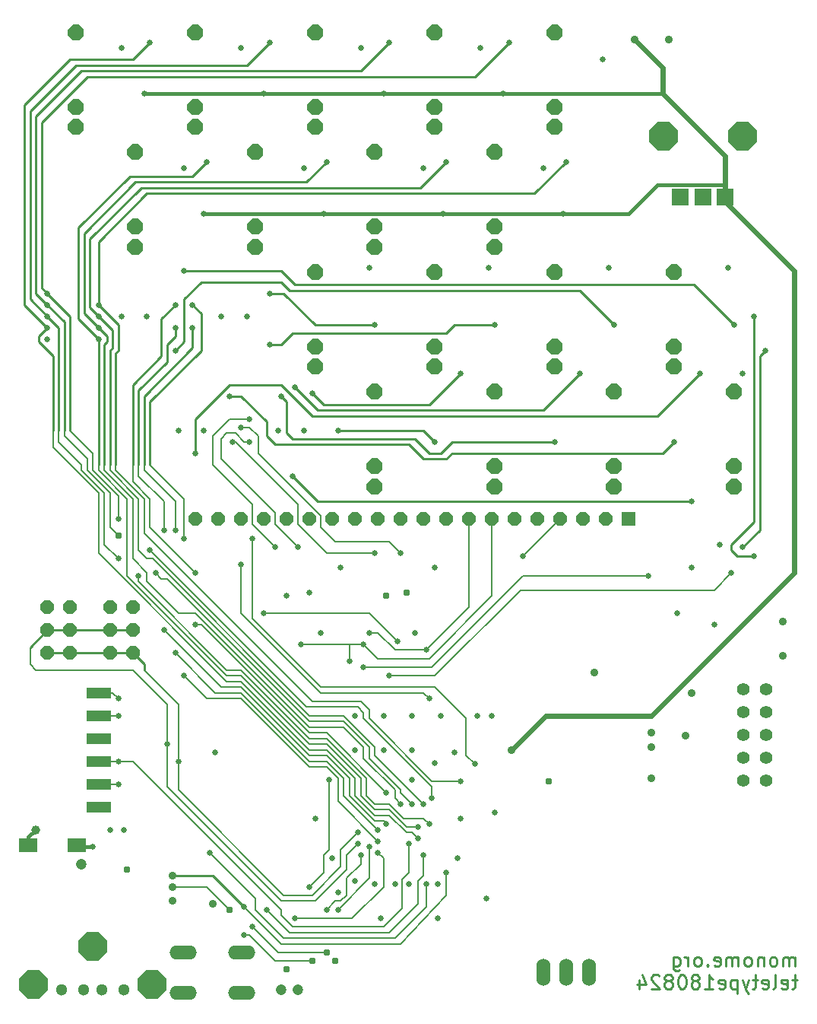
<source format=gbr>
%TF.GenerationSoftware,KiCad,Pcbnew,6.0.11*%
%TF.CreationDate,2023-03-20T20:23:42+01:00*%
%TF.ProjectId,teletype-180824-no-slots,74656c65-7479-4706-952d-313830383234,rev?*%
%TF.SameCoordinates,Original*%
%TF.FileFunction,Copper,L4,Bot*%
%TF.FilePolarity,Positive*%
%FSLAX46Y46*%
G04 Gerber Fmt 4.6, Leading zero omitted, Abs format (unit mm)*
G04 Created by KiCad (PCBNEW 6.0.11) date 2023-03-20 20:23:42*
%MOMM*%
%LPD*%
G01*
G04 APERTURE LIST*
G04 Aperture macros list*
%AMOutline5P*
0 Free polygon, 5 corners , with rotation*
0 The origin of the aperture is its center*
0 number of corners: always 5*
0 $1 to $10 corner X, Y*
0 $11 Rotation angle, in degrees counterclockwise*
0 create outline with 5 corners*
4,1,5,$1,$2,$3,$4,$5,$6,$7,$8,$9,$10,$1,$2,$11*%
%AMOutline6P*
0 Free polygon, 6 corners , with rotation*
0 The origin of the aperture is its center*
0 number of corners: always 6*
0 $1 to $12 corner X, Y*
0 $13 Rotation angle, in degrees counterclockwise*
0 create outline with 6 corners*
4,1,6,$1,$2,$3,$4,$5,$6,$7,$8,$9,$10,$11,$12,$1,$2,$13*%
%AMOutline7P*
0 Free polygon, 7 corners , with rotation*
0 The origin of the aperture is its center*
0 number of corners: always 7*
0 $1 to $14 corner X, Y*
0 $15 Rotation angle, in degrees counterclockwise*
0 create outline with 7 corners*
4,1,7,$1,$2,$3,$4,$5,$6,$7,$8,$9,$10,$11,$12,$13,$14,$1,$2,$15*%
%AMOutline8P*
0 Free polygon, 8 corners , with rotation*
0 The origin of the aperture is its center*
0 number of corners: always 8*
0 $1 to $16 corner X, Y*
0 $17 Rotation angle, in degrees counterclockwise*
0 create outline with 8 corners*
4,1,8,$1,$2,$3,$4,$5,$6,$7,$8,$9,$10,$11,$12,$13,$14,$15,$16,$1,$2,$17*%
G04 Aperture macros list end*
%ADD10C,0.213360*%
%TA.AperFunction,NonConductor*%
%ADD11C,0.213360*%
%TD*%
%TA.AperFunction,SMDPad,CuDef*%
%ADD12R,2.000000X1.600000*%
%TD*%
%TA.AperFunction,SMDPad,CuDef*%
%ADD13R,2.794000X1.270000*%
%TD*%
%TA.AperFunction,ComponentPad*%
%ADD14Outline8P,-0.762000X0.315631X-0.315631X0.762000X0.315631X0.762000X0.762000X0.315631X0.762000X-0.315631X0.315631X-0.762000X-0.315631X-0.762000X-0.762000X-0.315631X90.000000*%
%TD*%
%TA.AperFunction,ComponentPad*%
%ADD15Outline8P,-1.587500X0.657564X-0.657564X1.587500X0.657564X1.587500X1.587500X0.657564X1.587500X-0.657564X0.657564X-1.587500X-0.657564X-1.587500X-1.587500X-0.657564X90.000000*%
%TD*%
%TA.AperFunction,ComponentPad*%
%ADD16R,1.879600X1.879600*%
%TD*%
%TA.AperFunction,ComponentPad*%
%ADD17Outline8P,-1.587500X0.657564X-0.657564X1.587500X0.657564X1.587500X1.587500X0.657564X1.587500X-0.657564X0.657564X-1.587500X-0.657564X-1.587500X-1.587500X-0.657564X0.000000*%
%TD*%
%TA.AperFunction,ComponentPad*%
%ADD18C,1.300000*%
%TD*%
%TA.AperFunction,ComponentPad*%
%ADD19O,3.048000X1.524000*%
%TD*%
%TA.AperFunction,ComponentPad*%
%ADD20Outline8P,-0.750000X0.310660X-0.310660X0.750000X0.310660X0.750000X0.750000X0.310660X0.750000X-0.310660X0.310660X-0.750000X-0.310660X-0.750000X-0.750000X-0.310660X180.000000*%
%TD*%
%TA.AperFunction,ComponentPad*%
%ADD21R,1.500000X1.500000*%
%TD*%
%TA.AperFunction,ComponentPad*%
%ADD22C,1.422400*%
%TD*%
%TA.AperFunction,ComponentPad*%
%ADD23O,1.524000X3.048000*%
%TD*%
%TA.AperFunction,ComponentPad*%
%ADD24Outline8P,-0.889000X0.368236X-0.368236X0.889000X0.368236X0.889000X0.889000X0.368236X0.889000X-0.368236X0.368236X-0.889000X-0.368236X-0.889000X-0.889000X-0.368236X0.000000*%
%TD*%
%TA.AperFunction,ViaPad*%
%ADD25C,0.660400*%
%TD*%
%TA.AperFunction,ViaPad*%
%ADD26C,0.787400*%
%TD*%
%TA.AperFunction,ViaPad*%
%ADD27C,0.906400*%
%TD*%
%TA.AperFunction,ViaPad*%
%ADD28C,1.206400*%
%TD*%
%TA.AperFunction,ViaPad*%
%ADD29C,1.006400*%
%TD*%
%TA.AperFunction,Conductor*%
%ADD30C,0.254000*%
%TD*%
%TA.AperFunction,Conductor*%
%ADD31C,0.203200*%
%TD*%
%TA.AperFunction,Conductor*%
%ADD32C,0.406400*%
%TD*%
%TA.AperFunction,Conductor*%
%ADD33C,0.609600*%
%TD*%
G04 APERTURE END LIST*
D10*
D11*
X191169882Y-155972273D02*
X191169882Y-154929180D01*
X191169882Y-155078193D02*
X191095376Y-155003686D01*
X190946362Y-154929180D01*
X190722842Y-154929180D01*
X190573829Y-155003686D01*
X190499322Y-155152700D01*
X190499322Y-155972273D01*
X190499322Y-155152700D02*
X190424816Y-155003686D01*
X190275802Y-154929180D01*
X190052282Y-154929180D01*
X189903269Y-155003686D01*
X189828762Y-155152700D01*
X189828762Y-155972273D01*
X188860176Y-155972273D02*
X189009189Y-155897766D01*
X189083696Y-155823260D01*
X189158202Y-155674246D01*
X189158202Y-155227206D01*
X189083696Y-155078193D01*
X189009189Y-155003686D01*
X188860176Y-154929180D01*
X188636656Y-154929180D01*
X188487642Y-155003686D01*
X188413136Y-155078193D01*
X188338629Y-155227206D01*
X188338629Y-155674246D01*
X188413136Y-155823260D01*
X188487642Y-155897766D01*
X188636656Y-155972273D01*
X188860176Y-155972273D01*
X187668069Y-154929180D02*
X187668069Y-155972273D01*
X187668069Y-155078193D02*
X187593562Y-155003686D01*
X187444549Y-154929180D01*
X187221029Y-154929180D01*
X187072016Y-155003686D01*
X186997509Y-155152700D01*
X186997509Y-155972273D01*
X186028922Y-155972273D02*
X186177936Y-155897766D01*
X186252442Y-155823260D01*
X186326949Y-155674246D01*
X186326949Y-155227206D01*
X186252442Y-155078193D01*
X186177936Y-155003686D01*
X186028922Y-154929180D01*
X185805402Y-154929180D01*
X185656389Y-155003686D01*
X185581882Y-155078193D01*
X185507376Y-155227206D01*
X185507376Y-155674246D01*
X185581882Y-155823260D01*
X185656389Y-155897766D01*
X185805402Y-155972273D01*
X186028922Y-155972273D01*
X184836816Y-155972273D02*
X184836816Y-154929180D01*
X184836816Y-155078193D02*
X184762309Y-155003686D01*
X184613296Y-154929180D01*
X184389776Y-154929180D01*
X184240762Y-155003686D01*
X184166256Y-155152700D01*
X184166256Y-155972273D01*
X184166256Y-155152700D02*
X184091749Y-155003686D01*
X183942736Y-154929180D01*
X183719216Y-154929180D01*
X183570202Y-155003686D01*
X183495696Y-155152700D01*
X183495696Y-155972273D01*
X182154576Y-155897766D02*
X182303589Y-155972273D01*
X182601616Y-155972273D01*
X182750629Y-155897766D01*
X182825136Y-155748753D01*
X182825136Y-155152700D01*
X182750629Y-155003686D01*
X182601616Y-154929180D01*
X182303589Y-154929180D01*
X182154576Y-155003686D01*
X182080069Y-155152700D01*
X182080069Y-155301713D01*
X182825136Y-155450726D01*
X181409509Y-155823260D02*
X181335002Y-155897766D01*
X181409509Y-155972273D01*
X181484016Y-155897766D01*
X181409509Y-155823260D01*
X181409509Y-155972273D01*
X180440922Y-155972273D02*
X180589936Y-155897766D01*
X180664442Y-155823260D01*
X180738949Y-155674246D01*
X180738949Y-155227206D01*
X180664442Y-155078193D01*
X180589936Y-155003686D01*
X180440922Y-154929180D01*
X180217402Y-154929180D01*
X180068389Y-155003686D01*
X179993882Y-155078193D01*
X179919376Y-155227206D01*
X179919376Y-155674246D01*
X179993882Y-155823260D01*
X180068389Y-155897766D01*
X180217402Y-155972273D01*
X180440922Y-155972273D01*
X179248816Y-155972273D02*
X179248816Y-154929180D01*
X179248816Y-155227206D02*
X179174309Y-155078193D01*
X179099802Y-155003686D01*
X178950789Y-154929180D01*
X178801776Y-154929180D01*
X177609669Y-154929180D02*
X177609669Y-156195793D01*
X177684176Y-156344806D01*
X177758682Y-156419313D01*
X177907696Y-156493820D01*
X178131216Y-156493820D01*
X178280229Y-156419313D01*
X177609669Y-155897766D02*
X177758682Y-155972273D01*
X178056709Y-155972273D01*
X178205722Y-155897766D01*
X178280229Y-155823260D01*
X178354736Y-155674246D01*
X178354736Y-155227206D01*
X178280229Y-155078193D01*
X178205722Y-155003686D01*
X178056709Y-154929180D01*
X177758682Y-154929180D01*
X177609669Y-155003686D01*
X191393402Y-157448250D02*
X190797349Y-157448250D01*
X191169882Y-156926703D02*
X191169882Y-158267823D01*
X191095376Y-158416836D01*
X190946362Y-158491343D01*
X190797349Y-158491343D01*
X189679749Y-158416836D02*
X189828762Y-158491343D01*
X190126789Y-158491343D01*
X190275802Y-158416836D01*
X190350309Y-158267823D01*
X190350309Y-157671770D01*
X190275802Y-157522756D01*
X190126789Y-157448250D01*
X189828762Y-157448250D01*
X189679749Y-157522756D01*
X189605242Y-157671770D01*
X189605242Y-157820783D01*
X190350309Y-157969796D01*
X188711162Y-158491343D02*
X188860176Y-158416836D01*
X188934682Y-158267823D01*
X188934682Y-156926703D01*
X187519056Y-158416836D02*
X187668069Y-158491343D01*
X187966096Y-158491343D01*
X188115109Y-158416836D01*
X188189616Y-158267823D01*
X188189616Y-157671770D01*
X188115109Y-157522756D01*
X187966096Y-157448250D01*
X187668069Y-157448250D01*
X187519056Y-157522756D01*
X187444549Y-157671770D01*
X187444549Y-157820783D01*
X188189616Y-157969796D01*
X186997509Y-157448250D02*
X186401456Y-157448250D01*
X186773989Y-156926703D02*
X186773989Y-158267823D01*
X186699482Y-158416836D01*
X186550469Y-158491343D01*
X186401456Y-158491343D01*
X186028922Y-157448250D02*
X185656389Y-158491343D01*
X185283856Y-157448250D02*
X185656389Y-158491343D01*
X185805402Y-158863876D01*
X185879909Y-158938383D01*
X186028922Y-159012890D01*
X184687802Y-157448250D02*
X184687802Y-159012890D01*
X184687802Y-157522756D02*
X184538789Y-157448250D01*
X184240762Y-157448250D01*
X184091749Y-157522756D01*
X184017242Y-157597263D01*
X183942736Y-157746276D01*
X183942736Y-158193316D01*
X184017242Y-158342330D01*
X184091749Y-158416836D01*
X184240762Y-158491343D01*
X184538789Y-158491343D01*
X184687802Y-158416836D01*
X182676122Y-158416836D02*
X182825136Y-158491343D01*
X183123162Y-158491343D01*
X183272176Y-158416836D01*
X183346682Y-158267823D01*
X183346682Y-157671770D01*
X183272176Y-157522756D01*
X183123162Y-157448250D01*
X182825136Y-157448250D01*
X182676122Y-157522756D01*
X182601616Y-157671770D01*
X182601616Y-157820783D01*
X183346682Y-157969796D01*
X181111482Y-158491343D02*
X182005562Y-158491343D01*
X181558522Y-158491343D02*
X181558522Y-156926703D01*
X181707536Y-157150223D01*
X181856549Y-157299236D01*
X182005562Y-157373743D01*
X180217402Y-157597263D02*
X180366416Y-157522756D01*
X180440922Y-157448250D01*
X180515429Y-157299236D01*
X180515429Y-157224730D01*
X180440922Y-157075716D01*
X180366416Y-157001210D01*
X180217402Y-156926703D01*
X179919376Y-156926703D01*
X179770362Y-157001210D01*
X179695856Y-157075716D01*
X179621349Y-157224730D01*
X179621349Y-157299236D01*
X179695856Y-157448250D01*
X179770362Y-157522756D01*
X179919376Y-157597263D01*
X180217402Y-157597263D01*
X180366416Y-157671770D01*
X180440922Y-157746276D01*
X180515429Y-157895290D01*
X180515429Y-158193316D01*
X180440922Y-158342330D01*
X180366416Y-158416836D01*
X180217402Y-158491343D01*
X179919376Y-158491343D01*
X179770362Y-158416836D01*
X179695856Y-158342330D01*
X179621349Y-158193316D01*
X179621349Y-157895290D01*
X179695856Y-157746276D01*
X179770362Y-157671770D01*
X179919376Y-157597263D01*
X178652762Y-156926703D02*
X178503749Y-156926703D01*
X178354736Y-157001210D01*
X178280229Y-157075716D01*
X178205722Y-157224730D01*
X178131216Y-157522756D01*
X178131216Y-157895290D01*
X178205722Y-158193316D01*
X178280229Y-158342330D01*
X178354736Y-158416836D01*
X178503749Y-158491343D01*
X178652762Y-158491343D01*
X178801776Y-158416836D01*
X178876282Y-158342330D01*
X178950789Y-158193316D01*
X179025296Y-157895290D01*
X179025296Y-157522756D01*
X178950789Y-157224730D01*
X178876282Y-157075716D01*
X178801776Y-157001210D01*
X178652762Y-156926703D01*
X177237136Y-157597263D02*
X177386149Y-157522756D01*
X177460656Y-157448250D01*
X177535162Y-157299236D01*
X177535162Y-157224730D01*
X177460656Y-157075716D01*
X177386149Y-157001210D01*
X177237136Y-156926703D01*
X176939109Y-156926703D01*
X176790096Y-157001210D01*
X176715589Y-157075716D01*
X176641082Y-157224730D01*
X176641082Y-157299236D01*
X176715589Y-157448250D01*
X176790096Y-157522756D01*
X176939109Y-157597263D01*
X177237136Y-157597263D01*
X177386149Y-157671770D01*
X177460656Y-157746276D01*
X177535162Y-157895290D01*
X177535162Y-158193316D01*
X177460656Y-158342330D01*
X177386149Y-158416836D01*
X177237136Y-158491343D01*
X176939109Y-158491343D01*
X176790096Y-158416836D01*
X176715589Y-158342330D01*
X176641082Y-158193316D01*
X176641082Y-157895290D01*
X176715589Y-157746276D01*
X176790096Y-157671770D01*
X176939109Y-157597263D01*
X176045029Y-157075716D02*
X175970522Y-157001210D01*
X175821509Y-156926703D01*
X175448976Y-156926703D01*
X175299962Y-157001210D01*
X175225456Y-157075716D01*
X175150949Y-157224730D01*
X175150949Y-157373743D01*
X175225456Y-157597263D01*
X176119536Y-158491343D01*
X175150949Y-158491343D01*
X173809829Y-157448250D02*
X173809829Y-158491343D01*
X174182362Y-156852196D02*
X174554896Y-157969796D01*
X173586309Y-157969796D01*
D12*
%TO.P,SW40,2*%
%TO.N,RESET*%
X111171968Y-142502891D03*
%TO.P,SW40,1*%
%TO.N,GND*%
X105771968Y-142502891D03*
%TD*%
D13*
%TO.P,J40,6*%
%TO.N,N/C*%
X113576100Y-138245850D03*
%TO.P,J40,5*%
%TO.N,TX*%
X113576100Y-135705850D03*
%TO.P,J40,4*%
%TO.N,RX*%
X113576100Y-133165850D03*
%TO.P,J40,3*%
%TO.N,N/C*%
X113576100Y-130625850D03*
%TO.P,J40,2*%
%TO.N,GND*%
X113576100Y-128085850D03*
%TO.P,J40,1*%
X113576100Y-125545850D03*
%TD*%
D14*
%TO.P,JP2,6*%
%TO.N,GND*%
X110401100Y-116020850D03*
%TO.P,JP2,5*%
X107861100Y-116020850D03*
%TO.P,JP2,4*%
%TO.N,SCL*%
X110401100Y-118560850D03*
%TO.P,JP2,3*%
X107861100Y-118560850D03*
%TO.P,JP2,2*%
%TO.N,SDA*%
X110401100Y-121100850D03*
%TO.P,JP2,1*%
X107861100Y-121100850D03*
%TD*%
D15*
%TO.P,P1,P$5*%
%TO.N,N/C*%
X176486100Y-63633350D03*
%TO.P,P1,P$4*%
X185286100Y-63633350D03*
D16*
%TO.P,P1,P$3*%
%TO.N,AGND*%
X178386100Y-70333350D03*
%TO.P,P1,P$2*%
%TO.N,N$12*%
X180886100Y-70333350D03*
%TO.P,P1,P$1*%
%TO.N,+3V3*%
X183386100Y-70333350D03*
%TD*%
D17*
%TO.P,USB0,M4*%
%TO.N,GND*%
X112941100Y-153780850D03*
D15*
%TO.P,USB0,M2*%
X119516100Y-157965850D03*
%TO.P,USB0,M1*%
X106366100Y-157955850D03*
D18*
%TO.P,USB0,GND*%
X116441100Y-158560850D03*
%TO.P,USB0,3*%
%TO.N,DP*%
X113941100Y-158560850D03*
%TO.P,USB0,2*%
%TO.N,DM*%
X111941100Y-158560850D03*
%TO.P,USB0,1*%
%TO.N,VBUS*%
X109441100Y-158560850D03*
%TD*%
D19*
%TO.P,POP0,4*%
%TO.N,GND*%
X129527300Y-158921450D03*
%TO.P,POP0,3*%
X123024900Y-158921450D03*
%TO.P,POP0,2*%
%TO.N,NMI*%
X129527300Y-154400250D03*
%TO.P,POP0,1*%
X123024900Y-154400250D03*
%TD*%
D20*
%TO.P,U$1,20*%
%TO.N,GND*%
X124371100Y-106200850D03*
%TO.P,U$1,19*%
X126911100Y-106200850D03*
%TO.P,U$1,18*%
%TO.N,N/C*%
X129451100Y-106200850D03*
%TO.P,U$1,17*%
%TO.N,CS2*%
X131991100Y-106200850D03*
%TO.P,U$1,16*%
%TO.N,OLED-RES*%
X134531100Y-106200850D03*
%TO.P,U$1,15*%
%TO.N,N/C*%
X137071100Y-106200850D03*
%TO.P,U$1,14*%
%TO.N,GND*%
X139611100Y-106200850D03*
%TO.P,U$1,13*%
X142151100Y-106200850D03*
%TO.P,U$1,12*%
X144691100Y-106200850D03*
%TO.P,U$1,11*%
X147231100Y-106200850D03*
%TO.P,U$1,10*%
X149771100Y-106200850D03*
%TO.P,U$1,9*%
X152311100Y-106200850D03*
%TO.P,U$1,8*%
%TO.N,MOSI*%
X154851100Y-106200850D03*
%TO.P,U$1,7*%
%TO.N,SCK*%
X157391100Y-106200850D03*
%TO.P,U$1,6*%
%TO.N,GND*%
X159931100Y-106200850D03*
%TO.P,U$1,5*%
X162471100Y-106200850D03*
%TO.P,U$1,4*%
%TO.N,OLED-DC*%
X165011100Y-106200850D03*
%TO.P,U$1,3*%
%TO.N,N/C*%
X167551100Y-106200850D03*
%TO.P,U$1,2*%
%TO.N,+3V3*%
X170091100Y-106200850D03*
D21*
%TO.P,U$1,1*%
%TO.N,GND*%
X172631100Y-106200850D03*
%TD*%
D22*
%TO.P,X1,10*%
%TO.N,+IN*%
X187948600Y-125103350D03*
%TO.P,X1,9*%
X185408600Y-125103350D03*
%TO.P,X1,8*%
%TO.N,GND*%
X187948600Y-127643350D03*
%TO.P,X1,7*%
X185408600Y-127643350D03*
%TO.P,X1,6*%
X187948600Y-130183350D03*
%TO.P,X1,5*%
X185408600Y-130183350D03*
%TO.P,X1,4*%
X187948600Y-132723350D03*
%TO.P,X1,3*%
X185408600Y-132723350D03*
%TO.P,X1,2*%
%TO.N,-IN*%
X187948600Y-135263350D03*
%TO.P,X1,1*%
X185408600Y-135263350D03*
%TD*%
D14*
%TO.P,JP1,6*%
%TO.N,GND*%
X117386100Y-116020850D03*
%TO.P,JP1,5*%
X114846100Y-116020850D03*
%TO.P,JP1,4*%
%TO.N,SCL*%
X117386100Y-118560850D03*
%TO.P,JP1,3*%
X114846100Y-118560850D03*
%TO.P,JP1,2*%
%TO.N,SDA*%
X117386100Y-121100850D03*
%TO.P,JP1,1*%
X114846100Y-121100850D03*
%TD*%
D23*
%TO.P,IC2,3*%
%TO.N,+5V*%
X163106100Y-156660850D03*
%TO.P,IC2,2*%
%TO.N,GND*%
X165646100Y-156660850D03*
%TO.P,IC2,1*%
%TO.N,+12V*%
X168186100Y-156660850D03*
%TD*%
D24*
%TO.P,J1,TS*%
%TO.N,N/C*%
X111036100Y-60345850D03*
%TO.P,J1,TIP*%
%TO.N,N$38*%
X111036100Y-52045850D03*
%TO.P,J1,SLEEVE*%
%TO.N,GND*%
X111036100Y-62595850D03*
%TD*%
%TO.P,J2,TS*%
%TO.N,N/C*%
X117703600Y-73680850D03*
%TO.P,J2,TIP*%
%TO.N,N$35*%
X117703600Y-65380850D03*
%TO.P,J2,SLEEVE*%
%TO.N,GND*%
X117703600Y-75930850D03*
%TD*%
%TO.P,J3,TS*%
%TO.N,N/C*%
X124371100Y-60345850D03*
%TO.P,J3,TIP*%
%TO.N,N$36*%
X124371100Y-52045850D03*
%TO.P,J3,SLEEVE*%
%TO.N,GND*%
X124371100Y-62595850D03*
%TD*%
%TO.P,J4,TS*%
%TO.N,N/C*%
X131038600Y-73680850D03*
%TO.P,J4,TIP*%
%TO.N,N$37*%
X131038600Y-65380850D03*
%TO.P,J4,SLEEVE*%
%TO.N,GND*%
X131038600Y-75930850D03*
%TD*%
%TO.P,J9,TS*%
%TO.N,N/C*%
X137706100Y-87015850D03*
%TO.P,J9,TIP*%
%TO.N,N$8*%
X137706100Y-78715850D03*
%TO.P,J9,SLEEVE*%
%TO.N,GND*%
X137706100Y-89265850D03*
%TD*%
%TO.P,J10,TS*%
%TO.N,N/C*%
X151041100Y-87015850D03*
%TO.P,J10,TIP*%
%TO.N,N$9*%
X151041100Y-78715850D03*
%TO.P,J10,SLEEVE*%
%TO.N,GND*%
X151041100Y-89265850D03*
%TD*%
%TO.P,J11,TS*%
%TO.N,N/C*%
X164376100Y-87015850D03*
%TO.P,J11,TIP*%
%TO.N,N$10*%
X164376100Y-78715850D03*
%TO.P,J11,SLEEVE*%
%TO.N,GND*%
X164376100Y-89265850D03*
%TD*%
%TO.P,J12,TS*%
%TO.N,N/C*%
X177711100Y-87015850D03*
%TO.P,J12,TIP*%
%TO.N,N$11*%
X177711100Y-78715850D03*
%TO.P,J12,SLEEVE*%
%TO.N,GND*%
X177711100Y-89265850D03*
%TD*%
%TO.P,J13,TS*%
%TO.N,N/C*%
X144373600Y-100350850D03*
%TO.P,J13,TIP*%
%TO.N,N$32*%
X144373600Y-92050850D03*
%TO.P,J13,SLEEVE*%
%TO.N,GND*%
X144373600Y-102600850D03*
%TD*%
%TO.P,J14,TS*%
%TO.N,N/C*%
X157708600Y-100350850D03*
%TO.P,J14,TIP*%
%TO.N,N$34*%
X157708600Y-92050850D03*
%TO.P,J14,SLEEVE*%
%TO.N,GND*%
X157708600Y-102600850D03*
%TD*%
%TO.P,J15,TS*%
%TO.N,N/C*%
X171043600Y-100350850D03*
%TO.P,J15,TIP*%
%TO.N,N$21*%
X171043600Y-92050850D03*
%TO.P,J15,SLEEVE*%
%TO.N,GND*%
X171043600Y-102600850D03*
%TD*%
%TO.P,J16,TS*%
%TO.N,N/C*%
X184378600Y-100350850D03*
%TO.P,J16,TIP*%
%TO.N,N$22*%
X184378600Y-92050850D03*
%TO.P,J16,SLEEVE*%
%TO.N,GND*%
X184378600Y-102600850D03*
%TD*%
%TO.P,J17,TS*%
%TO.N,GND*%
X164376100Y-60345850D03*
%TO.P,J17,TIP*%
%TO.N,N$33*%
X164376100Y-52045850D03*
%TO.P,J17,SLEEVE*%
%TO.N,GND*%
X164376100Y-62595850D03*
%TD*%
%TO.P,J5,TS*%
%TO.N,N/C*%
X137706100Y-60345850D03*
%TO.P,J5,TIP*%
%TO.N,N$39*%
X137706100Y-52045850D03*
%TO.P,J5,SLEEVE*%
%TO.N,GND*%
X137706100Y-62595850D03*
%TD*%
%TO.P,J6,TS*%
%TO.N,N/C*%
X144373600Y-73680850D03*
%TO.P,J6,TIP*%
%TO.N,N$40*%
X144373600Y-65380850D03*
%TO.P,J6,SLEEVE*%
%TO.N,GND*%
X144373600Y-75930850D03*
%TD*%
%TO.P,J7,TS*%
%TO.N,N/C*%
X151041100Y-60345850D03*
%TO.P,J7,TIP*%
%TO.N,N$43*%
X151041100Y-52045850D03*
%TO.P,J7,SLEEVE*%
%TO.N,GND*%
X151041100Y-62595850D03*
%TD*%
%TO.P,J8,TS*%
%TO.N,N/C*%
X157708600Y-73680850D03*
%TO.P,J8,TIP*%
%TO.N,N$44*%
X157708600Y-65380850D03*
%TO.P,J8,SLEEVE*%
%TO.N,GND*%
X157708600Y-75930850D03*
%TD*%
D25*
%TO.N,A07*%
X165646100Y-66490850D03*
X153898600Y-135388350D03*
X113576100Y-82365850D03*
%TO.N,A06*%
X159296100Y-53155850D03*
X115798600Y-106178350D03*
X119291100Y-109670850D03*
X150723600Y-137293350D03*
X107861100Y-81095850D03*
%TO.N,A05*%
X152311100Y-66490850D03*
X149771100Y-137928350D03*
X113576100Y-83635850D03*
%TO.N,A04*%
X145961100Y-53155850D03*
X119926100Y-112210850D03*
D26*
X115798600Y-108083350D03*
D25*
X148501100Y-137928350D03*
X107861100Y-82365850D03*
%TO.N,A03*%
X138976100Y-66490850D03*
X147231100Y-137928350D03*
X113576100Y-84905850D03*
%TO.N,A02*%
X132626100Y-53155850D03*
X118021100Y-112528350D03*
X115798600Y-110623350D03*
X150406100Y-140150850D03*
X107861100Y-83635850D03*
%TO.N,A01*%
X125641100Y-66490850D03*
X149136100Y-140468350D03*
X113576100Y-86175850D03*
%TO.N,A00*%
X119291100Y-53155850D03*
X149136100Y-141738350D03*
X107861100Y-84905850D03*
%TO.N,CS2*%
X130721100Y-108400850D03*
X155486100Y-133483350D03*
%TO.N,OLED-RES*%
X129451100Y-111258350D03*
X150406100Y-126180850D03*
%TO.N,OLED-DC*%
X160883600Y-110305850D03*
%TO.N,RG8*%
X124371100Y-98875850D03*
X180568600Y-89985850D03*
%TO.N,RG7*%
X135483600Y-91573350D03*
X167233600Y-89985850D03*
%TO.N,RG6*%
X137388600Y-92208350D03*
X153898600Y-89985850D03*
%TO.N,N$28*%
X179616100Y-104273350D03*
X135166100Y-101415850D03*
%TO.N,N$23*%
X128181100Y-92525850D03*
X177711100Y-97605850D03*
%TO.N,N$15*%
X133896100Y-92525850D03*
X164376100Y-97605850D03*
%TO.N,N$13*%
X140246100Y-96335850D03*
X151041100Y-97605850D03*
%TO.N,N$7*%
X123101100Y-78555850D03*
X184378600Y-84588350D03*
%TO.N,N$6*%
X122148600Y-87445850D03*
X171043600Y-84588350D03*
%TO.N,N$5*%
X132626100Y-86810850D03*
X157708600Y-84588350D03*
%TO.N,N$3*%
X132626100Y-81095850D03*
X144373600Y-84588350D03*
%TO.N,N$4*%
X131991100Y-116655850D03*
X146913600Y-119830850D03*
%TO.N,AGND*%
X169773600Y-55060850D03*
D27*
X177076100Y-52838350D03*
X189776100Y-117608350D03*
D25*
X140563600Y-111575850D03*
X151041100Y-111575850D03*
D26*
X145643600Y-114750850D03*
D25*
X134531100Y-114750850D03*
X137071100Y-114433350D03*
D26*
X147866100Y-114433350D03*
D25*
X178028600Y-116655850D03*
X179616100Y-111575850D03*
%TO.N,B11*%
X124371100Y-112210850D03*
X124371100Y-117925850D03*
X145643600Y-136658350D03*
X122148600Y-82365850D03*
%TO.N,B10*%
X120878600Y-118560850D03*
X120878600Y-107448350D03*
X145643600Y-140150850D03*
X122148600Y-84905850D03*
%TO.N,B09*%
X122148600Y-121100850D03*
X122148600Y-107448350D03*
X144691100Y-140785850D03*
X124053600Y-84905850D03*
%TO.N,CV-OUT3*%
X128498600Y-97605850D03*
X144373600Y-109988350D03*
%TO.N,CV-OUT2*%
X129451100Y-96018350D03*
X147231100Y-109988350D03*
%TO.N,CV-OUT1*%
X133261100Y-109353350D03*
X130403600Y-95065850D03*
%TO.N,CV-OUT0*%
X135801100Y-109353350D03*
X130403600Y-97605850D03*
%TO.N,CV-IN1*%
X186601100Y-83635850D03*
X186601100Y-110305850D03*
%TO.N,CV-IN0*%
X187871100Y-87445850D03*
X185331100Y-109353350D03*
%TO.N,N$2*%
X129768600Y-152533350D03*
D26*
X137388600Y-155390850D03*
D25*
X138976100Y-149675850D03*
X142786100Y-143643350D03*
%TO.N,N$1*%
X130721100Y-151580850D03*
D26*
X138976100Y-154438350D03*
D25*
X140246100Y-149675850D03*
X143738600Y-142690850D03*
%TO.N,CS1*%
X143103600Y-122688350D03*
X174853600Y-112528350D03*
%TO.N,-12V*%
X125323600Y-96335850D03*
X118973600Y-83635850D03*
D27*
X175171100Y-135070850D03*
D25*
%TO.N,+12V*%
X133578600Y-96335850D03*
X127228600Y-83635850D03*
D27*
X179616100Y-125545850D03*
D25*
%TO.N,RX*%
X148183600Y-142373350D03*
X115798600Y-133165850D03*
%TO.N,B08*%
X123101100Y-108400850D03*
X123101100Y-123640850D03*
X144691100Y-142055850D03*
X124053600Y-82365850D03*
%TO.N,TX*%
X115798600Y-135705850D03*
%TO.N,SCK*%
X141516100Y-122053350D03*
X136118600Y-120148350D03*
X143103600Y-120148350D03*
%TO.N,NMI*%
X139293600Y-135229600D03*
X137071100Y-147135850D03*
%TO.N,RESET*%
X125958600Y-143325850D03*
X150088600Y-146818350D03*
X112941100Y-142690850D03*
%TO.N,+3V3*%
X138658600Y-72205850D03*
X151993600Y-72205850D03*
X165328600Y-72205850D03*
X125323600Y-72205850D03*
X158661100Y-58870850D03*
X145326100Y-58870850D03*
X131991100Y-58870850D03*
X118656100Y-58870850D03*
X126593600Y-132213350D03*
D27*
X173266100Y-52838350D03*
D25*
X182156100Y-117925850D03*
X116433600Y-140785850D03*
D26*
X139928600Y-155390850D03*
D27*
X159613600Y-131895850D03*
D25*
X153263600Y-132213350D03*
X182791100Y-109035850D03*
X138341100Y-118878350D03*
X148818600Y-118878350D03*
%TO.N,SDA*%
X122466100Y-133165850D03*
X142468600Y-141103350D03*
%TO.N,SCL*%
X121196100Y-131260850D03*
X142468600Y-142373350D03*
%TO.N,MOSI*%
X150088600Y-120783350D03*
X143738600Y-118878350D03*
%TO.N,MISO*%
X145961100Y-123640850D03*
X184061100Y-112210850D03*
D28*
%TO.N,+5V*%
X111671100Y-144595850D03*
X135801100Y-158565850D03*
X133896100Y-158565850D03*
D27*
X121831100Y-148723350D03*
D25*
%TO.N,USB-VBOF*%
X132308600Y-149675850D03*
X149771100Y-143643350D03*
%TO.N,USB-OC*%
X152311100Y-145548350D03*
D27*
X121831100Y-145865850D03*
D25*
X129768600Y-149358350D03*
D26*
%TO.N,VBUS*%
X128181100Y-149675850D03*
D25*
X135483600Y-150628350D03*
X144691100Y-143325850D03*
D27*
X121831100Y-147135850D03*
D25*
%TO.N,VDDIN*%
X157391100Y-128085850D03*
X148501100Y-131895850D03*
%TO.N,VDDOUT*%
X148501100Y-135229600D03*
X144373600Y-146818350D03*
X153898600Y-139515850D03*
X146596100Y-146818350D03*
%TO.N,VDDIO*%
X151358600Y-146818350D03*
X155803600Y-128085850D03*
X142151100Y-131895850D03*
X139611100Y-143960850D03*
%TO.N,GND*%
X156756100Y-148405850D03*
X185331100Y-89985850D03*
X143738600Y-78238350D03*
X157073600Y-78238350D03*
X170408600Y-78238350D03*
X183743600Y-78238350D03*
X130086100Y-83635850D03*
X163106100Y-67125850D03*
X149771100Y-67125850D03*
X136436100Y-67125850D03*
X123101100Y-67125850D03*
X156121100Y-53790850D03*
X142786100Y-53790850D03*
X129451100Y-53790850D03*
X116116100Y-53790850D03*
D27*
X178981100Y-130308350D03*
X175171100Y-131578350D03*
X175171100Y-129990850D03*
D25*
X136436100Y-96335850D03*
X122466100Y-96335850D03*
X114846100Y-140785850D03*
D26*
X116751100Y-145230850D03*
D29*
X106591100Y-140785850D03*
D26*
X134531100Y-156343350D03*
D27*
X168821100Y-123323350D03*
D26*
X163741100Y-135388350D03*
D25*
X148183600Y-146818350D03*
X145326100Y-128085850D03*
X148501100Y-128085850D03*
X116116100Y-83635850D03*
X107861100Y-86175850D03*
D27*
X189776100Y-121418350D03*
D25*
X115798600Y-126180850D03*
X115798600Y-128085850D03*
X151358600Y-150628350D03*
X140246100Y-147770850D03*
X151041100Y-133324600D03*
X157708600Y-138880850D03*
X142151100Y-128085850D03*
X151676100Y-128085850D03*
X137706100Y-139515850D03*
X153581100Y-143960850D03*
X145008600Y-150628350D03*
X142151100Y-146500850D03*
X145326100Y-131895850D03*
D27*
X126276100Y-149040850D03*
%TD*%
D30*
%TO.N,A07*%
X162153600Y-69983350D02*
X165646100Y-66490850D01*
D31*
X118656100Y-107765850D02*
X137388600Y-126498350D01*
X118656100Y-103955850D02*
X118656100Y-107765850D01*
X115481100Y-100780850D02*
X118656100Y-103955850D01*
X142786100Y-126498350D02*
X137388600Y-126498350D01*
X143738600Y-127450850D02*
X142786100Y-126498350D01*
X143738600Y-128403350D02*
X143738600Y-127450850D01*
X150723600Y-135388350D02*
X143738600Y-128403350D01*
X153898600Y-135388350D02*
X150723600Y-135388350D01*
X115481100Y-100145850D02*
X115481100Y-100780850D01*
D30*
X115481100Y-87763350D02*
X115481100Y-100145850D01*
X115798600Y-87445850D02*
X115481100Y-87763350D01*
X115798600Y-84588350D02*
X115798600Y-87445850D01*
X113576100Y-82365850D02*
X115798600Y-84588350D01*
X113576100Y-75380850D02*
X113576100Y-82365850D01*
X118973600Y-69983350D02*
X113576100Y-75380850D01*
X162153600Y-69983350D02*
X118973600Y-69983350D01*
%TO.N,A06*%
X155486100Y-56965850D02*
X159296100Y-53155850D01*
D31*
X115798600Y-103638350D02*
X115798600Y-106178350D01*
X136753600Y-127133350D02*
X119291100Y-109670850D01*
X142468600Y-127133350D02*
X136753600Y-127133350D01*
X143103600Y-127768350D02*
X142468600Y-127133350D01*
X143103600Y-128403350D02*
X143103600Y-127768350D01*
X150723600Y-136023350D02*
X143103600Y-128403350D01*
X150723600Y-137293350D02*
X150723600Y-136023350D01*
X112941100Y-100780850D02*
X115798600Y-103638350D01*
X112941100Y-98875850D02*
X112941100Y-100780850D01*
X110401100Y-96335850D02*
X112941100Y-98875850D01*
D30*
X110401100Y-83635850D02*
X110401100Y-96335850D01*
X107861100Y-81095850D02*
X110401100Y-83635850D01*
X107226100Y-80460850D02*
X107861100Y-81095850D01*
X107226100Y-62045850D02*
X107226100Y-80460850D01*
X112306100Y-56965850D02*
X107226100Y-62045850D01*
X155486100Y-56965850D02*
X112306100Y-56965850D01*
%TO.N,A05*%
X149453600Y-69348350D02*
X152311100Y-66490850D01*
D31*
X119608600Y-110623350D02*
X137071100Y-128085850D01*
X118973600Y-110623350D02*
X119608600Y-110623350D01*
X118021100Y-109670850D02*
X118973600Y-110623350D01*
X118021100Y-103955850D02*
X118021100Y-109670850D01*
X140881100Y-128085850D02*
X137071100Y-128085850D01*
X144373600Y-131578350D02*
X140881100Y-128085850D01*
X144373600Y-132530850D02*
X144373600Y-131578350D01*
X149771100Y-137928350D02*
X144373600Y-132530850D01*
X114846100Y-100780850D02*
X118021100Y-103955850D01*
X114846100Y-100145850D02*
X114846100Y-100780850D01*
D30*
X114846100Y-87445850D02*
X114846100Y-100145850D01*
X115163600Y-87128350D02*
X114846100Y-87445850D01*
X115163600Y-85223350D02*
X115163600Y-87128350D01*
X113576100Y-83635850D02*
X115163600Y-85223350D01*
X112623600Y-82683350D02*
X113576100Y-83635850D01*
X112623600Y-75063350D02*
X112623600Y-82683350D01*
X118338600Y-69348350D02*
X112623600Y-75063350D01*
X149453600Y-69348350D02*
X118338600Y-69348350D01*
%TO.N,A04*%
X142786100Y-56330850D02*
X145961100Y-53155850D01*
D31*
X121196100Y-112845850D02*
X137071100Y-128720850D01*
X120561100Y-112845850D02*
X121196100Y-112845850D01*
X119926100Y-112210850D02*
X120561100Y-112845850D01*
X114846100Y-107130850D02*
X115798600Y-108083350D01*
X114846100Y-103320850D02*
X114846100Y-107130850D01*
X140881100Y-128720850D02*
X137071100Y-128720850D01*
X143738600Y-131578350D02*
X140881100Y-128720850D01*
X143738600Y-132848350D02*
X143738600Y-131578350D01*
X147231100Y-136340850D02*
X143738600Y-132848350D01*
X147231100Y-136658350D02*
X147231100Y-136340850D01*
X148501100Y-137928350D02*
X147231100Y-136658350D01*
X112306100Y-100780850D02*
X114846100Y-103320850D01*
X112306100Y-99510850D02*
X112306100Y-100780850D01*
X109766100Y-96970850D02*
X112306100Y-99510850D01*
X109766100Y-96335850D02*
X109766100Y-96970850D01*
D30*
X109766100Y-84270850D02*
X109766100Y-96335850D01*
X107861100Y-82365850D02*
X109766100Y-84270850D01*
X106591100Y-81095850D02*
X107861100Y-82365850D01*
X106591100Y-61410850D02*
X106591100Y-81095850D01*
X111671100Y-56330850D02*
X106591100Y-61410850D01*
X142786100Y-56330850D02*
X111671100Y-56330850D01*
%TO.N,A03*%
X136753600Y-68713350D02*
X138976100Y-66490850D01*
D31*
X124371100Y-116655850D02*
X137071100Y-129355850D01*
X122466100Y-116655850D02*
X124371100Y-116655850D01*
X118973600Y-113163350D02*
X122466100Y-116655850D01*
X118973600Y-112210850D02*
X118973600Y-113163350D01*
X117386100Y-110623350D02*
X118973600Y-112210850D01*
X117386100Y-103955850D02*
X117386100Y-110623350D01*
X140881100Y-129355850D02*
X137071100Y-129355850D01*
X143103600Y-131578350D02*
X140881100Y-129355850D01*
X143103600Y-132848350D02*
X143103600Y-131578350D01*
X146596100Y-136340850D02*
X143103600Y-132848350D01*
X146596100Y-137293350D02*
X146596100Y-136340850D01*
X147231100Y-137928350D02*
X146596100Y-137293350D01*
X114211100Y-100780850D02*
X117386100Y-103955850D01*
X114211100Y-100145850D02*
X114211100Y-100780850D01*
D30*
X114211100Y-86810850D02*
X114211100Y-100145850D01*
X114528600Y-86493350D02*
X114211100Y-86810850D01*
X114528600Y-85858350D02*
X114528600Y-86493350D01*
X113576100Y-84905850D02*
X114528600Y-85858350D01*
X111988600Y-83318350D02*
X113576100Y-84905850D01*
X111988600Y-74428350D02*
X111988600Y-83318350D01*
X117703600Y-68713350D02*
X111988600Y-74428350D01*
X136753600Y-68713350D02*
X117703600Y-68713350D01*
%TO.N,A02*%
X130086100Y-55695850D02*
X132626100Y-53155850D01*
D31*
X118021100Y-113163350D02*
X118021100Y-112528350D01*
X127863600Y-123005850D02*
X118021100Y-113163350D01*
X129451100Y-123005850D02*
X127863600Y-123005850D01*
X137071100Y-130625850D02*
X129451100Y-123005850D01*
X114211100Y-109035850D02*
X115798600Y-110623350D01*
X114211100Y-103320850D02*
X114211100Y-109035850D01*
X138976100Y-130625850D02*
X137071100Y-130625850D01*
X143421100Y-135070850D02*
X138976100Y-130625850D01*
X143421100Y-136975850D02*
X143421100Y-135070850D01*
X144373600Y-137928350D02*
X143421100Y-136975850D01*
X145961100Y-137928350D02*
X144373600Y-137928350D01*
X147548600Y-139515850D02*
X145961100Y-137928350D01*
X149771100Y-139515850D02*
X147548600Y-139515850D01*
X150406100Y-140150850D02*
X149771100Y-139515850D01*
X111671100Y-100780850D02*
X114211100Y-103320850D01*
X111671100Y-100145850D02*
X111671100Y-100780850D01*
X109131100Y-97605850D02*
X111671100Y-100145850D01*
X109131100Y-96335850D02*
X109131100Y-97605850D01*
D30*
X109131100Y-84905850D02*
X109131100Y-96335850D01*
X107861100Y-83635850D02*
X109131100Y-84905850D01*
X105956100Y-81730850D02*
X107861100Y-83635850D01*
X105956100Y-60775850D02*
X105956100Y-81730850D01*
X111036100Y-55695850D02*
X105956100Y-60775850D01*
X130086100Y-55695850D02*
X111036100Y-55695850D01*
%TO.N,A01*%
X124053600Y-68078350D02*
X125641100Y-66490850D01*
D31*
X129451100Y-123640850D02*
X137071100Y-131260850D01*
X127863600Y-123640850D02*
X129451100Y-123640850D01*
X116751100Y-112528350D02*
X127863600Y-123640850D01*
X116751100Y-103955850D02*
X116751100Y-112528350D01*
X138976100Y-131260850D02*
X137071100Y-131260850D01*
X142786100Y-135070850D02*
X138976100Y-131260850D01*
X142786100Y-136975850D02*
X142786100Y-135070850D01*
X144373600Y-138563350D02*
X142786100Y-136975850D01*
X145961100Y-138563350D02*
X144373600Y-138563350D01*
X147866100Y-140468350D02*
X145961100Y-138563350D01*
X149136100Y-140468350D02*
X147866100Y-140468350D01*
X113576100Y-100780850D02*
X116751100Y-103955850D01*
X113576100Y-100145850D02*
X113576100Y-100780850D01*
D30*
X113576100Y-86175850D02*
X113576100Y-100145850D01*
X111353600Y-83953350D02*
X113576100Y-86175850D01*
X111353600Y-73793350D02*
X111353600Y-83953350D01*
X117068600Y-68078350D02*
X111353600Y-73793350D01*
X124053600Y-68078350D02*
X117068600Y-68078350D01*
%TO.N,A00*%
X117386100Y-55060850D02*
X119291100Y-53155850D01*
D31*
X129451100Y-124275850D02*
X137071100Y-131895850D01*
X127863600Y-124275850D02*
X129451100Y-124275850D01*
X113576100Y-109988350D02*
X127863600Y-124275850D01*
X113576100Y-103320850D02*
X113576100Y-109988350D01*
X138976100Y-131895850D02*
X137071100Y-131895850D01*
X142151100Y-135070850D02*
X138976100Y-131895850D01*
X142151100Y-136975850D02*
X142151100Y-135070850D01*
X144373600Y-139198350D02*
X142151100Y-136975850D01*
X145961100Y-139198350D02*
X144373600Y-139198350D01*
X147866100Y-141103350D02*
X145961100Y-139198350D01*
X148501100Y-141103350D02*
X147866100Y-141103350D01*
X149136100Y-141738350D02*
X148501100Y-141103350D01*
X108496100Y-98240850D02*
X113576100Y-103320850D01*
X108496100Y-96335850D02*
X108496100Y-98240850D01*
D30*
X108496100Y-88080850D02*
X108496100Y-96335850D01*
X106908600Y-86493350D02*
X108496100Y-88080850D01*
X106908600Y-85858350D02*
X106908600Y-86493350D01*
X107861100Y-84905850D02*
X106908600Y-85858350D01*
X105321100Y-82365850D02*
X107861100Y-84905850D01*
X105321100Y-60140850D02*
X105321100Y-82365850D01*
X110401100Y-55060850D02*
X105321100Y-60140850D01*
X117386100Y-55060850D02*
X110401100Y-55060850D01*
D31*
%TO.N,CS2*%
X130721100Y-117290850D02*
X130721100Y-108400850D01*
X138341100Y-124910850D02*
X130721100Y-117290850D01*
X151041100Y-124910850D02*
X138341100Y-124910850D01*
X154533600Y-128403350D02*
X151041100Y-124910850D01*
X154533600Y-132530850D02*
X154533600Y-128403350D01*
X155486100Y-133483350D02*
X154533600Y-132530850D01*
%TO.N,OLED-RES*%
X129451100Y-116655850D02*
X129451100Y-111258350D01*
X138341100Y-125545850D02*
X129451100Y-116655850D01*
X149771100Y-125545850D02*
X138341100Y-125545850D01*
X150406100Y-126180850D02*
X149771100Y-125545850D01*
%TO.N,OLED-DC*%
X164988600Y-106200850D02*
X160883600Y-110305850D01*
X165011100Y-106200850D02*
X164988600Y-106200850D01*
D30*
%TO.N,RG8*%
X124371100Y-95065850D02*
X124371100Y-98875850D01*
X128181100Y-91255850D02*
X124371100Y-95065850D01*
X133896100Y-91255850D02*
X128181100Y-91255850D01*
X137388600Y-94748350D02*
X133896100Y-91255850D01*
X175806100Y-94748350D02*
X137388600Y-94748350D01*
X180568600Y-89985850D02*
X175806100Y-94748350D01*
%TO.N,RG7*%
X138023600Y-94113350D02*
X135483600Y-91573350D01*
X163106100Y-94113350D02*
X138023600Y-94113350D01*
X167233600Y-89985850D02*
X163106100Y-94113350D01*
%TO.N,RG6*%
X138658600Y-93478350D02*
X137388600Y-92208350D01*
X150406100Y-93478350D02*
X138658600Y-93478350D01*
X153898600Y-89985850D02*
X150406100Y-93478350D01*
%TO.N,N$28*%
X135166100Y-101415850D02*
X138023600Y-104273350D01*
X179616100Y-104273350D02*
X138023600Y-104273350D01*
%TO.N,N$23*%
X129451100Y-92525850D02*
X128181100Y-92525850D01*
X132308600Y-95383350D02*
X129451100Y-92525850D01*
X132308600Y-96970850D02*
X132308600Y-95383350D01*
X133261100Y-97923350D02*
X132308600Y-96970850D01*
X148183600Y-97923350D02*
X133261100Y-97923350D01*
X149771100Y-99510850D02*
X148183600Y-97923350D01*
X152311100Y-99510850D02*
X149771100Y-99510850D01*
X152946100Y-98875850D02*
X152311100Y-99510850D01*
X176441100Y-98875850D02*
X152946100Y-98875850D01*
X177711100Y-97605850D02*
X176441100Y-98875850D01*
%TO.N,N$15*%
X134531100Y-93160850D02*
X133896100Y-92525850D01*
X134531100Y-96653350D02*
X134531100Y-93160850D01*
X135166100Y-97288350D02*
X134531100Y-96653350D01*
X148818600Y-97288350D02*
X135166100Y-97288350D01*
X150406100Y-98875850D02*
X148818600Y-97288350D01*
X151676100Y-98875850D02*
X150406100Y-98875850D01*
X152946100Y-97605850D02*
X151676100Y-98875850D01*
X164376100Y-97605850D02*
X152946100Y-97605850D01*
%TO.N,N$13*%
X149771100Y-96335850D02*
X151041100Y-97605850D01*
X140246100Y-96335850D02*
X149771100Y-96335850D01*
%TO.N,N$7*%
X133896100Y-78555850D02*
X123101100Y-78555850D01*
X135483600Y-80143350D02*
X133896100Y-78555850D01*
X179933600Y-80143350D02*
X135483600Y-80143350D01*
X184378600Y-84588350D02*
X179933600Y-80143350D01*
%TO.N,N$6*%
X125006100Y-79825850D02*
X133896100Y-79825850D01*
X123101100Y-81730850D02*
X125006100Y-79825850D01*
X123101100Y-86493350D02*
X123101100Y-81730850D01*
X122148600Y-87445850D02*
X123101100Y-86493350D01*
X134848600Y-80778350D02*
X133896100Y-79825850D01*
X167233600Y-80778350D02*
X134848600Y-80778350D01*
X171043600Y-84588350D02*
X167233600Y-80778350D01*
%TO.N,N$5*%
X152311100Y-85540850D02*
X153263600Y-84588350D01*
X135166100Y-85540850D02*
X152311100Y-85540850D01*
X133896100Y-86810850D02*
X135166100Y-85540850D01*
X132626100Y-86810850D02*
X133896100Y-86810850D01*
X157708600Y-84588350D02*
X153263600Y-84588350D01*
%TO.N,N$3*%
X132626100Y-81095850D02*
X134213600Y-81095850D01*
X137706100Y-84588350D02*
X134213600Y-81095850D01*
X144373600Y-84588350D02*
X137706100Y-84588350D01*
D31*
%TO.N,N$4*%
X143738600Y-116655850D02*
X146913600Y-119830850D01*
X131991100Y-116655850D02*
X143738600Y-116655850D01*
%TO.N,B11*%
X125006100Y-117925850D02*
X124371100Y-117925850D01*
X137071100Y-129990850D02*
X125006100Y-117925850D01*
X119291100Y-107130850D02*
X124371100Y-112210850D01*
X119291100Y-103955850D02*
X119291100Y-107130850D01*
X117386100Y-102050850D02*
X119291100Y-103955850D01*
X138976100Y-129990850D02*
X137071100Y-129990850D01*
X145643600Y-136658350D02*
X138976100Y-129990850D01*
X117386100Y-100145850D02*
X117386100Y-102050850D01*
D30*
X117386100Y-91255850D02*
X117386100Y-100145850D01*
X120561100Y-88080850D02*
X117386100Y-91255850D01*
X120561100Y-83953350D02*
X120561100Y-88080850D01*
X122148600Y-82365850D02*
X120561100Y-83953350D01*
D31*
%TO.N,B10*%
X127228600Y-124910850D02*
X120878600Y-118560850D01*
X129451100Y-124910850D02*
X127228600Y-124910850D01*
X137071100Y-132530850D02*
X129451100Y-124910850D01*
X138976100Y-132530850D02*
X137071100Y-132530850D01*
X141516100Y-135070850D02*
X138976100Y-132530850D01*
X141516100Y-136975850D02*
X141516100Y-135070850D01*
X144373600Y-139833350D02*
X141516100Y-136975850D01*
X145326100Y-139833350D02*
X144373600Y-139833350D01*
X145643600Y-140150850D02*
X145326100Y-139833350D01*
X120878600Y-104273350D02*
X120878600Y-107448350D01*
X118021100Y-101415850D02*
X120878600Y-104273350D01*
X118021100Y-100145850D02*
X118021100Y-101415850D01*
D30*
X118021100Y-91890850D02*
X118021100Y-100145850D01*
X121196100Y-88715850D02*
X118021100Y-91890850D01*
X121196100Y-86810850D02*
X121196100Y-88715850D01*
X122148600Y-85858350D02*
X121196100Y-86810850D01*
X122148600Y-84905850D02*
X122148600Y-85858350D01*
D31*
%TO.N,B09*%
X126593600Y-125545850D02*
X129451100Y-125545850D01*
X122148600Y-121100850D02*
X126593600Y-125545850D01*
X137071100Y-133165850D02*
X129451100Y-125545850D01*
X138976100Y-133165850D02*
X137071100Y-133165850D01*
X140881100Y-135070850D02*
X138976100Y-133165850D01*
X140881100Y-136975850D02*
X140881100Y-135070850D01*
X144691100Y-140785850D02*
X140881100Y-136975850D01*
X122148600Y-104273350D02*
X122148600Y-107448350D01*
X118656100Y-100780850D02*
X122148600Y-104273350D01*
X118656100Y-100145850D02*
X118656100Y-100780850D01*
D30*
X118656100Y-92525850D02*
X118656100Y-100145850D01*
X124053600Y-87128350D02*
X118656100Y-92525850D01*
X124053600Y-84905850D02*
X124053600Y-87128350D01*
D31*
%TO.N,CV-OUT3*%
X138976100Y-109988350D02*
X144373600Y-109988350D01*
X135801100Y-106813350D02*
X138976100Y-109988350D01*
X135801100Y-104590850D02*
X135801100Y-106813350D01*
X128816100Y-97605850D02*
X135801100Y-104590850D01*
X128498600Y-97605850D02*
X128816100Y-97605850D01*
%TO.N,CV-OUT2*%
X145961100Y-108718350D02*
X147231100Y-109988350D01*
X139928600Y-108718350D02*
X145961100Y-108718350D01*
X138341100Y-107130850D02*
X139928600Y-108718350D01*
X138341100Y-105860850D02*
X138341100Y-107130850D01*
X131356100Y-98875850D02*
X138341100Y-105860850D01*
X131356100Y-96970850D02*
X131356100Y-98875850D01*
X130403600Y-96018350D02*
X131356100Y-96970850D01*
X129451100Y-96018350D02*
X130403600Y-96018350D01*
%TO.N,CV-OUT1*%
X130721100Y-106813350D02*
X133261100Y-109353350D01*
X130721100Y-104590850D02*
X130721100Y-106813350D01*
X126276100Y-100145850D02*
X130721100Y-104590850D01*
X126276100Y-96970850D02*
X126276100Y-100145850D01*
X128181100Y-95065850D02*
X126276100Y-96970850D01*
X130403600Y-95065850D02*
X128181100Y-95065850D01*
%TO.N,CV-OUT0*%
X129768600Y-97605850D02*
X130403600Y-97605850D01*
X128816100Y-96653350D02*
X129768600Y-97605850D01*
X127863600Y-96653350D02*
X128816100Y-96653350D01*
X127228600Y-97288350D02*
X127863600Y-96653350D01*
X127228600Y-99510850D02*
X127228600Y-97288350D01*
X133261100Y-105543350D02*
X127228600Y-99510850D01*
X133261100Y-106813350D02*
X133261100Y-105543350D01*
X135801100Y-109353350D02*
X133261100Y-106813350D01*
D30*
%TO.N,CV-IN1*%
X186601100Y-106495850D02*
X186601100Y-83635850D01*
X184061100Y-109035850D02*
X186601100Y-106495850D01*
X184061100Y-109670850D02*
X184061100Y-109035850D01*
X184696100Y-110305850D02*
X184061100Y-109670850D01*
X186601100Y-110305850D02*
X184696100Y-110305850D01*
%TO.N,CV-IN0*%
X187236100Y-107448350D02*
X185331100Y-109353350D01*
X187236100Y-88080850D02*
X187236100Y-107448350D01*
X187871100Y-87445850D02*
X187236100Y-88080850D01*
D31*
%TO.N,N$2*%
X130403600Y-152533350D02*
X129768600Y-152533350D01*
X133261100Y-155390850D02*
X130403600Y-152533350D01*
X137388600Y-155390850D02*
X133261100Y-155390850D01*
X139928600Y-148723350D02*
X138976100Y-149675850D01*
X140563600Y-148723350D02*
X139928600Y-148723350D01*
X141198600Y-148088350D02*
X140563600Y-148723350D01*
X141198600Y-146183350D02*
X141198600Y-148088350D01*
X142786100Y-144595850D02*
X141198600Y-146183350D01*
X142786100Y-143643350D02*
X142786100Y-144595850D01*
%TO.N,N$1*%
X133578600Y-154438350D02*
X130721100Y-151580850D01*
X138976100Y-154438350D02*
X133578600Y-154438350D01*
X143738600Y-146183350D02*
X140246100Y-149675850D01*
X143738600Y-142690850D02*
X143738600Y-146183350D01*
%TO.N,CS1*%
X160883600Y-112528350D02*
X174853600Y-112528350D01*
X150723600Y-122688350D02*
X160883600Y-112528350D01*
X143103600Y-122688350D02*
X150723600Y-122688350D01*
%TO.N,RX*%
X117386100Y-133165850D02*
X115798600Y-133165850D01*
X133896100Y-149675850D02*
X117386100Y-133165850D01*
X133896100Y-150310850D02*
X133896100Y-149675850D01*
X135166100Y-151580850D02*
X133896100Y-150310850D01*
X145326100Y-151580850D02*
X135166100Y-151580850D01*
X147389850Y-149517100D02*
X145326100Y-151580850D01*
X147389850Y-146342100D02*
X147389850Y-149517100D01*
X148183600Y-145548350D02*
X147389850Y-146342100D01*
X148183600Y-142373350D02*
X148183600Y-145548350D01*
X113576100Y-133165850D02*
X115798600Y-133165850D01*
%TO.N,B08*%
X123101100Y-108400850D02*
X123101100Y-103955850D01*
X125641100Y-126180850D02*
X123101100Y-123640850D01*
X129451100Y-126180850D02*
X125641100Y-126180850D01*
X137071100Y-133800850D02*
X129451100Y-126180850D01*
X138976100Y-133800850D02*
X137071100Y-133800850D01*
X140246100Y-135070850D02*
X138976100Y-133800850D01*
X140246100Y-137610850D02*
X140246100Y-135070850D01*
X144691100Y-142055850D02*
X140246100Y-137610850D01*
X119291100Y-100145850D02*
X123101100Y-103955850D01*
D30*
X119291100Y-93160850D02*
X119291100Y-100145850D01*
X125006100Y-87445850D02*
X119291100Y-93160850D01*
X125006100Y-83318350D02*
X125006100Y-87445850D01*
X124053600Y-82365850D02*
X125006100Y-83318350D01*
D31*
%TO.N,TX*%
X113576100Y-135705850D02*
X115798600Y-135705850D01*
%TO.N,SCK*%
X144691100Y-121735850D02*
X143103600Y-120148350D01*
X150406100Y-121735850D02*
X144691100Y-121735850D01*
X157391100Y-114750850D02*
X150406100Y-121735850D01*
X157391100Y-106200850D02*
X157391100Y-114750850D01*
X141516100Y-122053350D02*
X141516100Y-120148350D01*
X141516100Y-120148350D02*
X136118600Y-120148350D01*
X143103600Y-120148350D02*
X141516100Y-120148350D01*
%TO.N,NMI*%
X138658600Y-143643350D02*
X138658600Y-145548350D01*
X139293600Y-143008350D02*
X138658600Y-143643350D01*
X139293600Y-135229600D02*
X139293600Y-143008350D01*
X138658600Y-145548350D02*
X137071100Y-147135850D01*
%TO.N,RESET*%
X131038600Y-148405850D02*
X125958600Y-143325850D01*
X131038600Y-149675850D02*
X131038600Y-148405850D01*
X134213600Y-152850850D02*
X131038600Y-149675850D01*
X146596100Y-152850850D02*
X134213600Y-152850850D01*
X150088600Y-149358350D02*
X146596100Y-152850850D01*
X150088600Y-146818350D02*
X150088600Y-149358350D01*
D32*
X111359928Y-142690850D02*
X111171968Y-142502891D01*
X112941100Y-142690850D02*
X111359928Y-142690850D01*
%TO.N,+3V3*%
X175806100Y-69030850D02*
X183386100Y-69030850D01*
X172631100Y-72205850D02*
X175806100Y-69030850D01*
X165328600Y-72205850D02*
X172631100Y-72205850D01*
X151993600Y-72205850D02*
X165328600Y-72205850D01*
X138658600Y-72205850D02*
X151993600Y-72205850D01*
X125323600Y-72205850D02*
X138658600Y-72205850D01*
X158661100Y-58870850D02*
X176441100Y-58870850D01*
X145326100Y-58870850D02*
X158661100Y-58870850D01*
X131991100Y-58870850D02*
X145326100Y-58870850D01*
X118656100Y-58870850D02*
X131991100Y-58870850D01*
D33*
X176441100Y-56013350D02*
X173266100Y-52838350D01*
X176441100Y-58870850D02*
X176441100Y-56013350D01*
X183386100Y-65815850D02*
X176441100Y-58870850D01*
X183386100Y-69030850D02*
X183386100Y-65815850D01*
X183386100Y-70333350D02*
X183386100Y-69030850D01*
X163423600Y-128085850D02*
X159613600Y-131895850D01*
X175171100Y-128085850D02*
X163423600Y-128085850D01*
X191046100Y-112210850D02*
X175171100Y-128085850D01*
X191046100Y-78555850D02*
X191046100Y-112210850D01*
X183623600Y-71133350D02*
X191046100Y-78555850D01*
X183386100Y-70333350D02*
X183623600Y-71133350D01*
D30*
%TO.N,SDA*%
X110401100Y-121100850D02*
X107861100Y-121100850D01*
X114846100Y-121100850D02*
X110401100Y-121100850D01*
X117386100Y-121100850D02*
X114846100Y-121100850D01*
X118656100Y-122370850D02*
X117386100Y-121100850D01*
X118656100Y-123005850D02*
X118656100Y-122370850D01*
D31*
X122466100Y-126815850D02*
X118656100Y-123005850D01*
X122466100Y-133165850D02*
X122466100Y-126815850D01*
X122466100Y-136340850D02*
X122466100Y-133165850D01*
X134213600Y-148088350D02*
X122466100Y-136340850D01*
X137388600Y-148088350D02*
X134213600Y-148088350D01*
X140563600Y-144913350D02*
X137388600Y-148088350D01*
X140563600Y-143008350D02*
X140563600Y-144913350D01*
X142468600Y-141103350D02*
X140563600Y-143008350D01*
D30*
%TO.N,SCL*%
X117386100Y-118560850D02*
X114846100Y-118560850D01*
X114846100Y-118560850D02*
X110401100Y-118560850D01*
X107861100Y-118560850D02*
X110401100Y-118560850D01*
X105956100Y-120465850D02*
X107861100Y-118560850D01*
D31*
X105956100Y-122370850D02*
X105956100Y-120465850D01*
X106591100Y-123005850D02*
X105956100Y-122370850D01*
X117386100Y-123005850D02*
X106591100Y-123005850D01*
X121196100Y-126815850D02*
X117386100Y-123005850D01*
X121196100Y-131260850D02*
X121196100Y-126815850D01*
X121196100Y-136023350D02*
X121196100Y-131260850D01*
X133896100Y-148723350D02*
X121196100Y-136023350D01*
X137706100Y-148723350D02*
X133896100Y-148723350D01*
X141198600Y-145230850D02*
X137706100Y-148723350D01*
X141198600Y-143643350D02*
X141198600Y-145230850D01*
X142468600Y-142373350D02*
X141198600Y-143643350D01*
%TO.N,MOSI*%
X154851100Y-116020850D02*
X154851100Y-106200850D01*
X150088600Y-120783350D02*
X154851100Y-116020850D01*
X146596100Y-120783350D02*
X150088600Y-120783350D01*
X144691100Y-118878350D02*
X146596100Y-120783350D01*
X143738600Y-118878350D02*
X144691100Y-118878350D01*
%TO.N,MISO*%
X151041100Y-123640850D02*
X145961100Y-123640850D01*
X160566100Y-114115850D02*
X151041100Y-123640850D01*
X182156100Y-114115850D02*
X160566100Y-114115850D01*
X184061100Y-112210850D02*
X182156100Y-114115850D01*
%TO.N,USB-VBOF*%
X132308600Y-149675850D02*
X134848600Y-152215850D01*
X145961100Y-152215850D02*
X134848600Y-152215850D01*
X149136100Y-149040850D02*
X145961100Y-152215850D01*
X149136100Y-146500850D02*
X149136100Y-149040850D01*
X149771100Y-145865850D02*
X149136100Y-146500850D01*
X149771100Y-143643350D02*
X149771100Y-145865850D01*
%TO.N,USB-OC*%
X129768600Y-149358350D02*
X133896100Y-153485850D01*
X147231100Y-153485850D02*
X133896100Y-153485850D01*
X152311100Y-148088350D02*
X147231100Y-153485850D01*
X152311100Y-145548350D02*
X152311100Y-148088350D01*
D30*
X126276100Y-145865850D02*
X121831100Y-145865850D01*
X129768600Y-149358350D02*
X126276100Y-145865850D01*
D31*
%TO.N,VBUS*%
X125641100Y-147135850D02*
X121831100Y-147135850D01*
X128181100Y-149675850D02*
X125641100Y-147135850D01*
X141833600Y-150628350D02*
X135483600Y-150628350D01*
X145326100Y-147135850D02*
X141833600Y-150628350D01*
X145326100Y-143960850D02*
X145326100Y-147135850D01*
X144691100Y-143325850D02*
X145326100Y-143960850D01*
D32*
%TO.N,GND*%
X105771968Y-141554219D02*
X106591100Y-140785850D01*
X105771968Y-142502891D02*
X105771968Y-141554219D01*
D31*
X115163600Y-125545850D02*
X115798600Y-126180850D01*
X113576100Y-125545850D02*
X115163600Y-125545850D01*
X113576100Y-128085850D02*
X115798600Y-128085850D01*
%TD*%
M02*

</source>
